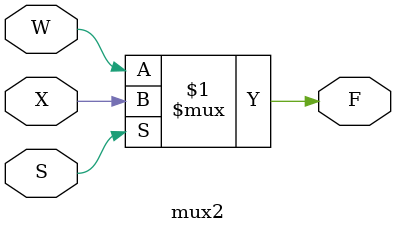
<source format=v>
module mux2(F, S, W, X);
	input W, X;
	input S;
	output wire F;
	
	assign F = S ? X : W;
endmodule

</source>
